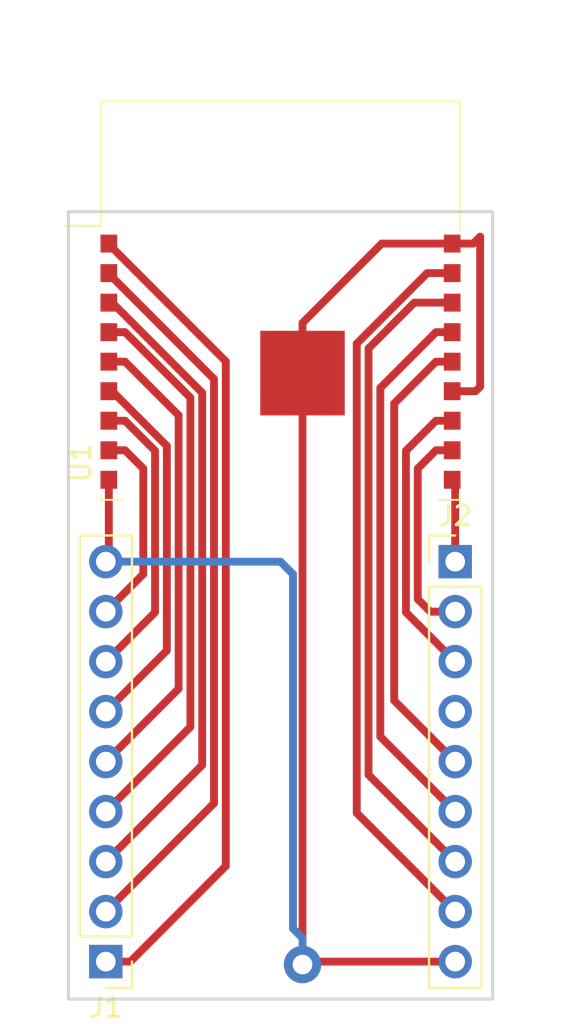
<source format=kicad_pcb>
(kicad_pcb (version 20171130) (host pcbnew 5.0.2-bee76a0~70~ubuntu18.04.1)

  (general
    (thickness 1.6)
    (drawings 4)
    (tracks 89)
    (zones 0)
    (modules 3)
    (nets 18)
  )

  (page A4)
  (layers
    (0 F.Cu signal)
    (31 B.Cu signal)
    (32 B.Adhes user)
    (33 F.Adhes user)
    (34 B.Paste user)
    (35 F.Paste user)
    (36 B.SilkS user)
    (37 F.SilkS user)
    (38 B.Mask user)
    (39 F.Mask user)
    (40 Dwgs.User user)
    (41 Cmts.User user)
    (42 Eco1.User user)
    (43 Eco2.User user)
    (44 Edge.Cuts user)
    (45 Margin user)
    (46 B.CrtYd user)
    (47 F.CrtYd user)
    (48 B.Fab user)
    (49 F.Fab user)
  )

  (setup
    (last_trace_width 0.4)
    (user_trace_width 0.3)
    (user_trace_width 0.4)
    (trace_clearance 0.2)
    (zone_clearance 0.508)
    (zone_45_only no)
    (trace_min 0.2)
    (segment_width 0.2)
    (edge_width 0.15)
    (via_size 0.8)
    (via_drill 0.4)
    (via_min_size 0.4)
    (via_min_drill 0.3)
    (uvia_size 0.3)
    (uvia_drill 0.1)
    (uvias_allowed no)
    (uvia_min_size 0.2)
    (uvia_min_drill 0.1)
    (pcb_text_width 0.3)
    (pcb_text_size 1.5 1.5)
    (mod_edge_width 0.15)
    (mod_text_size 1 1)
    (mod_text_width 0.15)
    (pad_size 1.7 1.7)
    (pad_drill 1)
    (pad_to_mask_clearance 0.051)
    (solder_mask_min_width 0.25)
    (aux_axis_origin 139.7 83.82)
    (grid_origin 139.7 83.82)
    (visible_elements FFFFFF7F)
    (pcbplotparams
      (layerselection 0x010fc_ffffffff)
      (usegerberextensions false)
      (usegerberattributes false)
      (usegerberadvancedattributes false)
      (creategerberjobfile false)
      (excludeedgelayer true)
      (linewidth 0.100000)
      (plotframeref false)
      (viasonmask false)
      (mode 1)
      (useauxorigin false)
      (hpglpennumber 1)
      (hpglpenspeed 20)
      (hpglpendiameter 15.000000)
      (psnegative false)
      (psa4output false)
      (plotreference true)
      (plotvalue true)
      (plotinvisibletext false)
      (padsonsilk false)
      (subtractmaskfromsilk false)
      (outputformat 1)
      (mirror false)
      (drillshape 1)
      (scaleselection 1)
      (outputdirectory ""))
  )

  (net 0 "")
  (net 1 GND)
  (net 2 "Net-(J2-Pad8)")
  (net 3 "Net-(J2-Pad7)")
  (net 4 "Net-(J2-Pad6)")
  (net 5 "Net-(J2-Pad5)")
  (net 6 "Net-(J2-Pad3)")
  (net 7 "Net-(J2-Pad2)")
  (net 8 "Net-(J2-Pad1)")
  (net 9 "Net-(J1-Pad8)")
  (net 10 "Net-(J1-Pad7)")
  (net 11 "Net-(J1-Pad6)")
  (net 12 "Net-(J1-Pad5)")
  (net 13 "Net-(J1-Pad4)")
  (net 14 "Net-(J1-Pad3)")
  (net 15 "Net-(J1-Pad2)")
  (net 16 +3V3)
  (net 17 "Net-(J2-Pad4)")

  (net_class Default "Ceci est la Netclass par défaut."
    (clearance 0.2)
    (trace_width 0.25)
    (via_dia 0.8)
    (via_drill 0.4)
    (uvia_dia 0.3)
    (uvia_drill 0.1)
    (add_net +3V3)
    (add_net GND)
    (add_net "Net-(J1-Pad2)")
    (add_net "Net-(J1-Pad3)")
    (add_net "Net-(J1-Pad4)")
    (add_net "Net-(J1-Pad5)")
    (add_net "Net-(J1-Pad6)")
    (add_net "Net-(J1-Pad7)")
    (add_net "Net-(J1-Pad8)")
    (add_net "Net-(J2-Pad1)")
    (add_net "Net-(J2-Pad2)")
    (add_net "Net-(J2-Pad3)")
    (add_net "Net-(J2-Pad4)")
    (add_net "Net-(J2-Pad5)")
    (add_net "Net-(J2-Pad6)")
    (add_net "Net-(J2-Pad7)")
    (add_net "Net-(J2-Pad8)")
  )

  (module RF_Module:ESP-WROOM-02 (layer F.Cu) (tedit 5B5B45D7) (tstamp 5CE65BF9)
    (at 156.21 66.04)
    (descr http://espressif.com/sites/default/files/documentation/0c-esp-wroom-02_datasheet_en.pdf)
    (tags "ESP WROOM-02 espressif esp8266ex")
    (path /5CE65986)
    (attr smd)
    (fp_text reference U1 (at -10.17 5.13 90) (layer F.SilkS)
      (effects (font (size 1 1) (thickness 0.15)))
    )
    (fp_text value ESP-WROOM-02 (at 0 8.33) (layer F.Fab)
      (effects (font (size 1 1) (thickness 0.15)))
    )
    (fp_line (start -9.12 -6.9) (end -11 -6.9) (layer F.SilkS) (width 0.1))
    (fp_line (start -9.12 -13.22) (end -9.12 -6.9) (layer F.SilkS) (width 0.1))
    (fp_line (start 9.12 -13.22) (end 9.12 -6.7) (layer F.SilkS) (width 0.1))
    (fp_line (start -9.12 -13.22) (end 9.12 -13.22) (layer F.SilkS) (width 0.1))
    (fp_line (start 8 7.02) (end 9.12 7.02) (layer F.SilkS) (width 0.1))
    (fp_line (start 9.12 6.7) (end 9.12 7) (layer F.SilkS) (width 0.1))
    (fp_line (start -9.12 7.02) (end -8.1 7.02) (layer F.SilkS) (width 0.1))
    (fp_line (start -9.12 6.8) (end -9.12 7.02) (layer F.SilkS) (width 0.1))
    (fp_line (start 8.3 -17.9) (end 8.1 -17.7) (layer Cmts.User) (width 0.1))
    (fp_line (start 8.3 -13.3) (end 8.3 -17.9) (layer Cmts.User) (width 0.1))
    (fp_line (start 8.3 -17.9) (end 8.5 -17.7) (layer Cmts.User) (width 0.1))
    (fp_line (start 8.3 -13.3) (end 8.5 -13.5) (layer Cmts.User) (width 0.1))
    (fp_line (start 8.3 -13.3) (end 8.1 -13.5) (layer Cmts.User) (width 0.1))
    (fp_line (start -9.2 -10.7) (end -9.4 -10.9) (layer Cmts.User) (width 0.1))
    (fp_line (start -13.8 -10.7) (end -9.2 -10.7) (layer Cmts.User) (width 0.1))
    (fp_line (start -9.2 -10.7) (end -9.4 -10.5) (layer Cmts.User) (width 0.1))
    (fp_line (start -13.8 -10.7) (end -13.6 -10.5) (layer Cmts.User) (width 0.1))
    (fp_line (start -13.8 -10.7) (end -13.6 -10.9) (layer Cmts.User) (width 0.1))
    (fp_line (start 9.2 -10.7) (end 9.4 -10.5) (layer Cmts.User) (width 0.1))
    (fp_line (start 9.2 -10.7) (end 9.4 -10.9) (layer Cmts.User) (width 0.1))
    (fp_line (start 13.8 -10.7) (end 13.6 -10.5) (layer Cmts.User) (width 0.1))
    (fp_line (start 13.8 -10.7) (end 13.6 -10.9) (layer Cmts.User) (width 0.1))
    (fp_line (start 9.2 -10.7) (end 13.8 -10.7) (layer Cmts.User) (width 0.1))
    (fp_line (start 14 -8.41) (end 12 -6.795) (layer Dwgs.User) (width 0.1))
    (fp_line (start 14 -10.025) (end 10 -6.795) (layer Dwgs.User) (width 0.1))
    (fp_line (start 14 -11.64) (end 8 -6.795) (layer Dwgs.User) (width 0.1))
    (fp_line (start 14 -13.255) (end 6 -6.795) (layer Dwgs.User) (width 0.1))
    (fp_line (start 14 -14.87) (end 4 -6.795) (layer Dwgs.User) (width 0.1))
    (fp_line (start 14 -16.485) (end 2 -6.795) (layer Dwgs.User) (width 0.1))
    (fp_line (start 14 -18.1) (end 0 -6.795) (layer Dwgs.User) (width 0.1))
    (fp_line (start 12 -18.1) (end -2 -6.795) (layer Dwgs.User) (width 0.1))
    (fp_line (start 10 -18.1) (end -4 -6.795) (layer Dwgs.User) (width 0.1))
    (fp_line (start 8 -18.1) (end -6 -6.795) (layer Dwgs.User) (width 0.1))
    (fp_line (start -8 -6.795) (end 6 -18.1) (layer Dwgs.User) (width 0.1))
    (fp_line (start 4 -18.1) (end -10 -6.795) (layer Dwgs.User) (width 0.1))
    (fp_line (start 2 -18.1) (end -12 -6.795) (layer Dwgs.User) (width 0.1))
    (fp_line (start 0 -18.1) (end -14 -6.795) (layer Dwgs.User) (width 0.1))
    (fp_line (start -2 -18.1) (end -14 -8.41) (layer Dwgs.User) (width 0.1))
    (fp_line (start -4 -18.1) (end -14 -10.025) (layer Dwgs.User) (width 0.1))
    (fp_line (start -6 -18.1) (end -14 -11.64) (layer Dwgs.User) (width 0.1))
    (fp_line (start -8 -18.1) (end -14 -13.255) (layer Dwgs.User) (width 0.1))
    (fp_line (start -10 -18.1) (end -14 -14.87) (layer Dwgs.User) (width 0.1))
    (fp_line (start -12 -18.1) (end -14 -16.485) (layer Dwgs.User) (width 0.1))
    (fp_line (start 9.41 -6.55) (end 14.25 -6.55) (layer F.CrtYd) (width 0.05))
    (fp_line (start -14.25 -6.55) (end -9.41 -6.55) (layer F.CrtYd) (width 0.05))
    (fp_line (start 14.25 -18.35) (end 14.25 -6.55) (layer F.CrtYd) (width 0.05))
    (fp_line (start -14.25 -18.35) (end -14.25 -6.55) (layer F.CrtYd) (width 0.05))
    (fp_line (start 14 -18.1) (end -14 -18.1) (layer Dwgs.User) (width 0.1))
    (fp_line (start 14 -6.8) (end 14 -18.1) (layer Dwgs.User) (width 0.1))
    (fp_line (start -9 -13.1) (end 9 -13.1) (layer Dwgs.User) (width 0.1))
    (fp_line (start 9 -13.1) (end 9 -6.78) (layer Dwgs.User) (width 0.1))
    (fp_line (start 14 -6.8) (end -14 -6.8) (layer Dwgs.User) (width 0.1))
    (fp_line (start -9 -6.8) (end -9 -13.1) (layer Dwgs.User) (width 0.1))
    (fp_line (start -8.5 -7) (end -9 -6.5) (layer F.Fab) (width 0.1))
    (fp_line (start -9 -7.5) (end -8.5 -7) (layer F.Fab) (width 0.1))
    (fp_line (start -9 -6.5) (end -9 6.9) (layer F.Fab) (width 0.1))
    (fp_line (start -14.25 -18.35) (end 14.25 -18.35) (layer F.CrtYd) (width 0.05))
    (fp_line (start 9.41 -6.55) (end 9.41 7.15) (layer F.CrtYd) (width 0.05))
    (fp_line (start -9.41 7.15) (end 9.41 7.15) (layer F.CrtYd) (width 0.05))
    (fp_line (start -9.41 7.15) (end -9.41 -6.55) (layer F.CrtYd) (width 0.05))
    (fp_line (start -9 -13.1) (end 9 -13.1) (layer F.Fab) (width 0.1))
    (fp_line (start -9 -13.1) (end -9 -7.5) (layer F.Fab) (width 0.1))
    (fp_line (start -9 6.9) (end 9 6.9) (layer F.Fab) (width 0.1))
    (fp_line (start 9 6.9) (end 9 -13.1) (layer F.Fab) (width 0.1))
    (fp_line (start -14 -6.8) (end -14 -18.1) (layer Dwgs.User) (width 0.1))
    (fp_text user "5 mm" (at 7.8 -15.9 90) (layer Cmts.User)
      (effects (font (size 0.5 0.5) (thickness 0.1)))
    )
    (fp_text user "5 mm" (at -11.2 -11.2) (layer Cmts.User)
      (effects (font (size 0.5 0.5) (thickness 0.1)))
    )
    (fp_text user "5 mm" (at 11.8 -11.2) (layer Cmts.User)
      (effects (font (size 0.5 0.5) (thickness 0.1)))
    )
    (fp_text user Antenna (at 0 -10) (layer Cmts.User)
      (effects (font (size 1 1) (thickness 0.15)))
    )
    (fp_text user "KEEP-OUT ZONE" (at 0 -16) (layer Cmts.User)
      (effects (font (size 1 1) (thickness 0.15)))
    )
    (fp_text user %R (at 0 0) (layer F.Fab)
      (effects (font (size 1 1) (thickness 0.15)))
    )
    (pad 18 smd rect (at 8.7375 -6) (size 0.85 0.9125) (layers F.Cu F.Paste F.Mask)
      (net 1 GND))
    (pad 17 smd rect (at 8.7375 -4.5) (size 0.85 0.9125) (layers F.Cu F.Paste F.Mask)
      (net 2 "Net-(J2-Pad8)"))
    (pad 16 smd rect (at 8.7375 -3) (size 0.85 0.9125) (layers F.Cu F.Paste F.Mask)
      (net 3 "Net-(J2-Pad7)"))
    (pad 15 smd rect (at 8.7375 -1.5) (size 0.85 0.9125) (layers F.Cu F.Paste F.Mask)
      (net 4 "Net-(J2-Pad6)"))
    (pad 14 smd rect (at 8.7375 0) (size 0.85 0.9125) (layers F.Cu F.Paste F.Mask)
      (net 5 "Net-(J2-Pad5)"))
    (pad 13 smd rect (at 8.7375 1.5) (size 0.85 0.9125) (layers F.Cu F.Paste F.Mask)
      (net 1 GND))
    (pad 12 smd rect (at 8.7375 3) (size 0.85 0.9125) (layers F.Cu F.Paste F.Mask)
      (net 6 "Net-(J2-Pad3)"))
    (pad 11 smd rect (at 8.7375 4.5) (size 0.85 0.9125) (layers F.Cu F.Paste F.Mask)
      (net 7 "Net-(J2-Pad2)"))
    (pad 10 smd rect (at 8.7375 6) (size 0.85 0.9125) (layers F.Cu F.Paste F.Mask)
      (net 8 "Net-(J2-Pad1)"))
    (pad 9 smd rect (at -8.7375 6) (size 0.85 0.9125) (layers F.Cu F.Paste F.Mask)
      (net 1 GND))
    (pad 8 smd rect (at -8.7375 4.5) (size 0.85 0.9125) (layers F.Cu F.Paste F.Mask)
      (net 9 "Net-(J1-Pad8)"))
    (pad 7 smd rect (at -8.7375 3) (size 0.85 0.9125) (layers F.Cu F.Paste F.Mask)
      (net 10 "Net-(J1-Pad7)"))
    (pad 6 smd rect (at -8.7375 1.5) (size 0.85 0.9125) (layers F.Cu F.Paste F.Mask)
      (net 11 "Net-(J1-Pad6)"))
    (pad 5 smd rect (at -8.7375 0) (size 0.85 0.9125) (layers F.Cu F.Paste F.Mask)
      (net 12 "Net-(J1-Pad5)"))
    (pad 4 smd rect (at -8.7375 -1.5) (size 0.85 0.9125) (layers F.Cu F.Paste F.Mask)
      (net 13 "Net-(J1-Pad4)"))
    (pad 3 smd rect (at -8.7375 -3) (size 0.85 0.9125) (layers F.Cu F.Paste F.Mask)
      (net 14 "Net-(J1-Pad3)"))
    (pad 2 smd rect (at -8.7375 -4.5) (size 0.85 0.9125) (layers F.Cu F.Paste F.Mask)
      (net 15 "Net-(J1-Pad2)"))
    (pad 1 smd rect (at -8.7375 -6) (size 0.85 0.9125) (layers F.Cu F.Paste F.Mask)
      (net 16 +3V3))
    (pad 19 smd rect (at 1.12 0.58) (size 4.3 4.3) (layers F.Cu F.Paste F.Mask)
      (net 1 GND))
    (model ${KISYS3DMOD}/RF_Module.3dshapes/ESP-WROOM-02.wrl
      (at (xyz 0 0 0))
      (scale (xyz 1 1 1))
      (rotate (xyz 0 0 0))
    )
  )

  (module Connector_PinHeader_2.54mm:PinHeader_1x09_P2.54mm_Vertical (layer F.Cu) (tedit 5CE65BFB) (tstamp 5CE71BFE)
    (at 147.32 96.52 180)
    (descr "Through hole straight pin header, 1x09, 2.54mm pitch, single row")
    (tags "Through hole pin header THT 1x09 2.54mm single row")
    (path /5CE65A0B)
    (fp_text reference J1 (at 0 -2.33 180) (layer F.SilkS)
      (effects (font (size 1 1) (thickness 0.15)))
    )
    (fp_text value Conn_01x09 (at 0 22.65 180) (layer F.Fab)
      (effects (font (size 1 1) (thickness 0.15)))
    )
    (fp_line (start -0.635 -1.27) (end 1.27 -1.27) (layer F.Fab) (width 0.1))
    (fp_line (start 1.27 -1.27) (end 1.27 21.59) (layer F.Fab) (width 0.1))
    (fp_line (start 1.27 21.59) (end -1.27 21.59) (layer F.Fab) (width 0.1))
    (fp_line (start -1.27 21.59) (end -1.27 -0.635) (layer F.Fab) (width 0.1))
    (fp_line (start -1.27 -0.635) (end -0.635 -1.27) (layer F.Fab) (width 0.1))
    (fp_line (start -1.33 21.65) (end 1.33 21.65) (layer F.SilkS) (width 0.12))
    (fp_line (start -1.33 1.27) (end -1.33 21.65) (layer F.SilkS) (width 0.12))
    (fp_line (start 1.33 1.27) (end 1.33 21.65) (layer F.SilkS) (width 0.12))
    (fp_line (start -1.33 1.27) (end 1.33 1.27) (layer F.SilkS) (width 0.12))
    (fp_line (start -1.33 0) (end -1.33 -1.33) (layer F.SilkS) (width 0.12))
    (fp_line (start -1.33 -1.33) (end 0 -1.33) (layer F.SilkS) (width 0.12))
    (fp_line (start -1.8 -1.8) (end -1.8 22.1) (layer F.CrtYd) (width 0.05))
    (fp_line (start -1.8 22.1) (end 1.8 22.1) (layer F.CrtYd) (width 0.05))
    (fp_line (start 1.8 22.1) (end 1.8 -1.8) (layer F.CrtYd) (width 0.05))
    (fp_line (start 1.8 -1.8) (end -1.8 -1.8) (layer F.CrtYd) (width 0.05))
    (fp_text user %R (at 0 10.16 270) (layer F.Fab)
      (effects (font (size 1 1) (thickness 0.15)))
    )
    (pad 1 thru_hole rect (at 0 0 180) (size 1.7 1.7) (drill 1) (layers *.Cu *.Mask)
      (net 16 +3V3))
    (pad 2 thru_hole oval (at 0 2.54 180) (size 1.7 1.7) (drill 1) (layers *.Cu *.Mask)
      (net 15 "Net-(J1-Pad2)"))
    (pad 3 thru_hole oval (at 0 5.08 180) (size 1.7 1.7) (drill 1) (layers *.Cu *.Mask)
      (net 14 "Net-(J1-Pad3)"))
    (pad 4 thru_hole oval (at 0 7.62 180) (size 1.7 1.7) (drill 1) (layers *.Cu *.Mask)
      (net 13 "Net-(J1-Pad4)"))
    (pad 5 thru_hole oval (at 0 10.16 180) (size 1.7 1.7) (drill 1) (layers *.Cu *.Mask)
      (net 12 "Net-(J1-Pad5)"))
    (pad 6 thru_hole oval (at 0 12.7 180) (size 1.7 1.7) (drill 1) (layers *.Cu *.Mask)
      (net 11 "Net-(J1-Pad6)"))
    (pad 7 thru_hole oval (at 0 15.24 180) (size 1.7 1.7) (drill 1) (layers *.Cu *.Mask)
      (net 10 "Net-(J1-Pad7)"))
    (pad 8 thru_hole oval (at 0 17.78 180) (size 1.7 1.7) (drill 1) (layers *.Cu *.Mask)
      (net 9 "Net-(J1-Pad8)"))
    (pad 9 thru_hole oval (at 0 20.32 180) (size 1.7 1.7) (drill 1) (layers *.Cu *.Mask)
      (net 1 GND))
    (model ${KISYS3DMOD}/Connector_PinHeader_2.54mm.3dshapes/PinHeader_1x09_P2.54mm_Vertical.wrl
      (at (xyz 0 0 0))
      (scale (xyz 1 1 1))
      (rotate (xyz 0 0 0))
    )
  )

  (module Connector_PinHeader_2.54mm:PinHeader_1x09_P2.54mm_Vertical (layer F.Cu) (tedit 59FED5CC) (tstamp 5CE71C1B)
    (at 165.1 76.2)
    (descr "Through hole straight pin header, 1x09, 2.54mm pitch, single row")
    (tags "Through hole pin header THT 1x09 2.54mm single row")
    (path /5CE65B1A)
    (fp_text reference J2 (at 0 -2.33) (layer F.SilkS)
      (effects (font (size 1 1) (thickness 0.15)))
    )
    (fp_text value Conn_01x09 (at 0 22.65) (layer F.Fab)
      (effects (font (size 1 1) (thickness 0.15)))
    )
    (fp_text user %R (at 0 10.16 90) (layer F.Fab)
      (effects (font (size 1 1) (thickness 0.15)))
    )
    (fp_line (start 1.8 -1.8) (end -1.8 -1.8) (layer F.CrtYd) (width 0.05))
    (fp_line (start 1.8 22.1) (end 1.8 -1.8) (layer F.CrtYd) (width 0.05))
    (fp_line (start -1.8 22.1) (end 1.8 22.1) (layer F.CrtYd) (width 0.05))
    (fp_line (start -1.8 -1.8) (end -1.8 22.1) (layer F.CrtYd) (width 0.05))
    (fp_line (start -1.33 -1.33) (end 0 -1.33) (layer F.SilkS) (width 0.12))
    (fp_line (start -1.33 0) (end -1.33 -1.33) (layer F.SilkS) (width 0.12))
    (fp_line (start -1.33 1.27) (end 1.33 1.27) (layer F.SilkS) (width 0.12))
    (fp_line (start 1.33 1.27) (end 1.33 21.65) (layer F.SilkS) (width 0.12))
    (fp_line (start -1.33 1.27) (end -1.33 21.65) (layer F.SilkS) (width 0.12))
    (fp_line (start -1.33 21.65) (end 1.33 21.65) (layer F.SilkS) (width 0.12))
    (fp_line (start -1.27 -0.635) (end -0.635 -1.27) (layer F.Fab) (width 0.1))
    (fp_line (start -1.27 21.59) (end -1.27 -0.635) (layer F.Fab) (width 0.1))
    (fp_line (start 1.27 21.59) (end -1.27 21.59) (layer F.Fab) (width 0.1))
    (fp_line (start 1.27 -1.27) (end 1.27 21.59) (layer F.Fab) (width 0.1))
    (fp_line (start -0.635 -1.27) (end 1.27 -1.27) (layer F.Fab) (width 0.1))
    (pad 9 thru_hole oval (at 0 20.32) (size 1.7 1.7) (drill 1) (layers *.Cu *.Mask)
      (net 1 GND))
    (pad 8 thru_hole oval (at 0 17.78) (size 1.7 1.7) (drill 1) (layers *.Cu *.Mask)
      (net 2 "Net-(J2-Pad8)"))
    (pad 7 thru_hole oval (at 0 15.24) (size 1.7 1.7) (drill 1) (layers *.Cu *.Mask)
      (net 3 "Net-(J2-Pad7)"))
    (pad 6 thru_hole oval (at 0 12.7) (size 1.7 1.7) (drill 1) (layers *.Cu *.Mask)
      (net 4 "Net-(J2-Pad6)"))
    (pad 5 thru_hole oval (at 0 10.16) (size 1.7 1.7) (drill 1) (layers *.Cu *.Mask)
      (net 5 "Net-(J2-Pad5)"))
    (pad 4 thru_hole oval (at 0 7.62) (size 1.7 1.7) (drill 1) (layers *.Cu *.Mask)
      (net 17 "Net-(J2-Pad4)"))
    (pad 3 thru_hole oval (at 0 5.08) (size 1.7 1.7) (drill 1) (layers *.Cu *.Mask)
      (net 6 "Net-(J2-Pad3)"))
    (pad 2 thru_hole oval (at 0 2.54) (size 1.7 1.7) (drill 1) (layers *.Cu *.Mask)
      (net 7 "Net-(J2-Pad2)"))
    (pad 1 thru_hole rect (at 0 0) (size 1.7 1.7) (drill 1) (layers *.Cu *.Mask)
      (net 8 "Net-(J2-Pad1)"))
    (model ${KISYS3DMOD}/Connector_PinHeader_2.54mm.3dshapes/PinHeader_1x09_P2.54mm_Vertical.wrl
      (at (xyz 0 0 0))
      (scale (xyz 1 1 1))
      (rotate (xyz 0 0 0))
    )
  )

  (gr_line (start 145.415 58.42) (end 145.415 98.425) (layer Edge.Cuts) (width 0.15))
  (gr_line (start 167.005 58.42) (end 145.415 58.42) (layer Edge.Cuts) (width 0.15))
  (gr_line (start 167.005 98.425) (end 167.005 58.42) (layer Edge.Cuts) (width 0.15))
  (gr_line (start 145.415 98.425) (end 167.005 98.425) (layer Edge.Cuts) (width 0.15))

  (segment (start 147.4725 76.0475) (end 147.32 76.2) (width 0.4) (layer F.Cu) (net 1))
  (segment (start 147.4725 72.04) (end 147.4725 76.0475) (width 0.4) (layer F.Cu) (net 1))
  (segment (start 158.25 67.54) (end 157.33 66.62) (width 0.4) (layer F.Cu) (net 1))
  (segment (start 157.33 64.07) (end 157.33 66.62) (width 0.4) (layer F.Cu) (net 1))
  (segment (start 161.36 60.04) (end 157.33 64.07) (width 0.4) (layer F.Cu) (net 1))
  (segment (start 164.9475 60.04) (end 161.36 60.04) (width 0.4) (layer F.Cu) (net 1))
  (segment (start 166.02 60.04) (end 164.9475 60.04) (width 0.4) (layer F.Cu) (net 1))
  (segment (start 166.37 59.69) (end 166.02 60.04) (width 0.4) (layer F.Cu) (net 1))
  (segment (start 166.37 67.31) (end 166.37 59.69) (width 0.4) (layer F.Cu) (net 1))
  (segment (start 164.9475 67.54) (end 166.14 67.54) (width 0.4) (layer F.Cu) (net 1))
  (segment (start 166.14 67.54) (end 166.37 67.31) (width 0.4) (layer F.Cu) (net 1))
  (segment (start 157.33 66.62) (end 157.33 96.67) (width 0.4) (layer F.Cu) (net 1))
  (segment (start 157.33 96.67) (end 157.33 96.37) (width 0.4) (layer F.Cu) (net 1))
  (segment (start 165.1 96.52) (end 157.48 96.52) (width 0.4) (layer F.Cu) (net 1))
  (segment (start 157.48 96.52) (end 157.33 96.67) (width 0.4) (layer F.Cu) (net 1))
  (via (at 157.330001 96.669999) (size 1.9) (drill 1) (layers F.Cu B.Cu) (net 1))
  (segment (start 157.330001 95.326497) (end 156.845 94.841496) (width 0.4) (layer B.Cu) (net 1))
  (segment (start 157.330001 96.669999) (end 157.330001 95.326497) (width 0.4) (layer B.Cu) (net 1))
  (segment (start 156.845 94.841496) (end 156.845 76.835) (width 0.4) (layer B.Cu) (net 1))
  (segment (start 156.21 76.2) (end 147.32 76.2) (width 0.4) (layer B.Cu) (net 1))
  (segment (start 156.845 76.835) (end 156.21 76.2) (width 0.4) (layer B.Cu) (net 1))
  (segment (start 164.250001 93.130001) (end 165.1 93.98) (width 0.4) (layer F.Cu) (net 2))
  (segment (start 160.089981 88.969981) (end 164.250001 93.130001) (width 0.4) (layer F.Cu) (net 2))
  (segment (start 160.089981 65.121477) (end 160.089981 88.969981) (width 0.4) (layer F.Cu) (net 2))
  (segment (start 163.671458 61.54) (end 160.089981 65.121477) (width 0.4) (layer F.Cu) (net 2))
  (segment (start 164.9475 61.54) (end 163.671458 61.54) (width 0.4) (layer F.Cu) (net 2))
  (segment (start 160.689991 87.029991) (end 160.689991 65.370009) (width 0.4) (layer F.Cu) (net 3))
  (segment (start 165.1 91.44) (end 160.689991 87.029991) (width 0.4) (layer F.Cu) (net 3))
  (segment (start 163.02 63.04) (end 164.9475 63.04) (width 0.4) (layer F.Cu) (net 3))
  (segment (start 160.689991 65.370009) (end 163.02 63.04) (width 0.4) (layer F.Cu) (net 3))
  (segment (start 164.250001 88.050001) (end 165.1 88.9) (width 0.4) (layer F.Cu) (net 4))
  (segment (start 161.29 85.09) (end 164.250001 88.050001) (width 0.4) (layer F.Cu) (net 4))
  (segment (start 161.29 67.3725) (end 161.29 85.09) (width 0.4) (layer F.Cu) (net 4))
  (segment (start 164.1225 64.54) (end 161.29 67.3725) (width 0.4) (layer F.Cu) (net 4))
  (segment (start 164.9475 64.54) (end 164.1225 64.54) (width 0.4) (layer F.Cu) (net 4))
  (segment (start 164.250001 85.510001) (end 165.1 86.36) (width 0.4) (layer F.Cu) (net 5))
  (segment (start 161.994982 83.254982) (end 164.250001 85.510001) (width 0.4) (layer F.Cu) (net 5))
  (segment (start 161.994982 68.167518) (end 161.994982 83.254982) (width 0.4) (layer F.Cu) (net 5))
  (segment (start 164.1225 66.04) (end 161.994982 68.167518) (width 0.4) (layer F.Cu) (net 5))
  (segment (start 164.9475 66.04) (end 164.1225 66.04) (width 0.4) (layer F.Cu) (net 5))
  (segment (start 162.594991 78.774991) (end 164.250001 80.430001) (width 0.4) (layer F.Cu) (net 6))
  (segment (start 164.1225 69.04) (end 162.594991 70.567509) (width 0.4) (layer F.Cu) (net 6))
  (segment (start 164.250001 80.430001) (end 165.1 81.28) (width 0.4) (layer F.Cu) (net 6))
  (segment (start 162.594991 70.567509) (end 162.594991 78.774991) (width 0.4) (layer F.Cu) (net 6))
  (segment (start 164.9475 69.04) (end 164.1225 69.04) (width 0.4) (layer F.Cu) (net 6))
  (segment (start 163.195 78.105) (end 163.83 78.74) (width 0.4) (layer F.Cu) (net 7))
  (segment (start 163.83 78.74) (end 165.1 78.74) (width 0.4) (layer F.Cu) (net 7))
  (segment (start 163.195 71.4675) (end 163.195 78.105) (width 0.4) (layer F.Cu) (net 7))
  (segment (start 164.9475 70.54) (end 164.1225 70.54) (width 0.4) (layer F.Cu) (net 7))
  (segment (start 164.1225 70.54) (end 163.195 71.4675) (width 0.4) (layer F.Cu) (net 7))
  (segment (start 165.1 72.1925) (end 164.9475 72.04) (width 0.4) (layer F.Cu) (net 8))
  (segment (start 165.1 76.2) (end 165.1 72.1925) (width 0.4) (layer F.Cu) (net 8))
  (segment (start 148.2975 70.54) (end 149.225 71.4675) (width 0.4) (layer F.Cu) (net 9))
  (segment (start 147.4725 70.54) (end 148.2975 70.54) (width 0.4) (layer F.Cu) (net 9))
  (segment (start 149.225 76.835) (end 147.32 78.74) (width 0.4) (layer F.Cu) (net 9))
  (segment (start 149.225 71.4675) (end 149.225 76.835) (width 0.4) (layer F.Cu) (net 9))
  (segment (start 149.825009 70.567509) (end 149.825009 78.774991) (width 0.4) (layer F.Cu) (net 10))
  (segment (start 148.169999 80.430001) (end 147.32 81.28) (width 0.4) (layer F.Cu) (net 10))
  (segment (start 149.825009 78.774991) (end 148.169999 80.430001) (width 0.4) (layer F.Cu) (net 10))
  (segment (start 148.2975 69.04) (end 149.825009 70.567509) (width 0.4) (layer F.Cu) (net 10))
  (segment (start 147.4725 69.04) (end 148.2975 69.04) (width 0.4) (layer F.Cu) (net 10))
  (segment (start 148.169999 82.970001) (end 147.32 83.82) (width 0.4) (layer F.Cu) (net 11))
  (segment (start 150.425027 80.714973) (end 148.169999 82.970001) (width 0.4) (layer F.Cu) (net 11))
  (segment (start 150.425027 70.318986) (end 150.425027 80.714973) (width 0.4) (layer F.Cu) (net 11))
  (segment (start 147.646042 67.54) (end 150.425027 70.318986) (width 0.4) (layer F.Cu) (net 11))
  (segment (start 147.4725 67.54) (end 147.646042 67.54) (width 0.4) (layer F.Cu) (net 11))
  (segment (start 148.169999 85.510001) (end 147.32 86.36) (width 0.4) (layer F.Cu) (net 12))
  (segment (start 148.2975 66.04) (end 151.025036 68.767536) (width 0.4) (layer F.Cu) (net 12))
  (segment (start 151.025036 82.654964) (end 148.169999 85.510001) (width 0.4) (layer F.Cu) (net 12))
  (segment (start 151.025036 68.767536) (end 151.025036 82.654964) (width 0.4) (layer F.Cu) (net 12))
  (segment (start 147.4725 66.04) (end 148.2975 66.04) (width 0.4) (layer F.Cu) (net 12))
  (segment (start 148.2975 64.54) (end 147.4725 64.54) (width 0.4) (layer F.Cu) (net 13))
  (segment (start 151.625045 67.867545) (end 148.2975 64.54) (width 0.4) (layer F.Cu) (net 13))
  (segment (start 151.625045 84.594955) (end 151.625045 67.867545) (width 0.4) (layer F.Cu) (net 13))
  (segment (start 147.32 88.9) (end 151.625045 84.594955) (width 0.4) (layer F.Cu) (net 13))
  (segment (start 148.169999 90.590001) (end 147.32 91.44) (width 0.4) (layer F.Cu) (net 14))
  (segment (start 152.225055 86.534945) (end 148.169999 90.590001) (width 0.4) (layer F.Cu) (net 14))
  (segment (start 152.225055 67.619013) (end 152.225055 86.534945) (width 0.4) (layer F.Cu) (net 14))
  (segment (start 147.646042 63.04) (end 152.225055 67.619013) (width 0.4) (layer F.Cu) (net 14))
  (segment (start 147.4725 63.04) (end 147.646042 63.04) (width 0.4) (layer F.Cu) (net 14))
  (segment (start 147.4725 61.57125) (end 147.4725 61.54) (width 0.4) (layer F.Cu) (net 15))
  (segment (start 152.825064 66.923814) (end 147.4725 61.57125) (width 0.4) (layer F.Cu) (net 15))
  (segment (start 152.825064 88.474936) (end 152.825064 66.923814) (width 0.4) (layer F.Cu) (net 15))
  (segment (start 147.32 93.98) (end 152.825064 88.474936) (width 0.4) (layer F.Cu) (net 15))
  (segment (start 148.57 96.52) (end 147.32 96.52) (width 0.4) (layer F.Cu) (net 16))
  (segment (start 153.425073 91.664927) (end 148.57 96.52) (width 0.4) (layer F.Cu) (net 16))
  (segment (start 153.425073 66.023823) (end 153.425073 91.664927) (width 0.4) (layer F.Cu) (net 16))
  (segment (start 147.4725 60.07125) (end 153.425073 66.023823) (width 0.4) (layer F.Cu) (net 16))
  (segment (start 147.4725 60.04) (end 147.4725 60.07125) (width 0.4) (layer F.Cu) (net 16))

)

</source>
